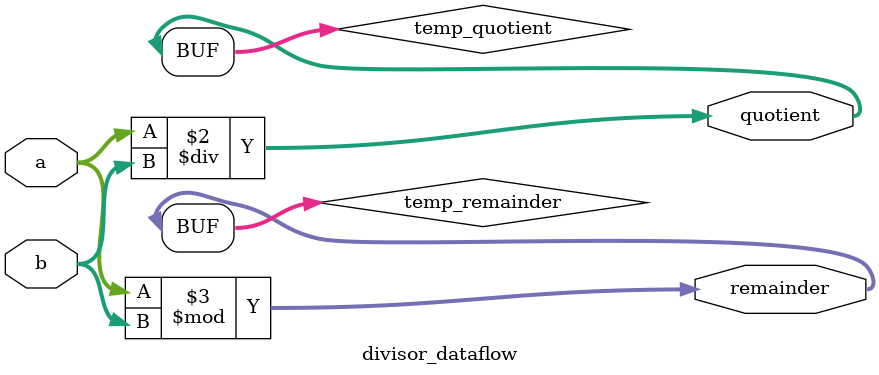
<source format=v>
module divisor_dataflow(input [1:0] a, b,
                        output [1:0] quotient, remainder);


    reg [1:0] temp_quotient;
    reg [1:0] temp_remainder;

    always @(*) begin
        temp_quotient = a / b;
        temp_remainder = a % b;
    end

    assign quotient = temp_quotient;
    assign remainder = temp_remainder;
endmodule
</source>
